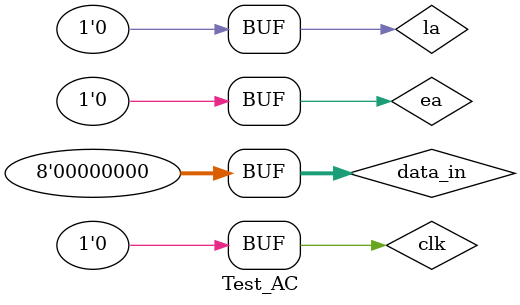
<source format=v>
`timescale 1ns / 1ps


module Test_AC;

	// Inputs
	reg [7:0] data_in;
	reg la;
	reg clk;
	reg ea;

	// Outputs
	wire [7:0] toadder;
	wire [7:0] todataout;

	// Instantiate the Unit Under Test (UUT)
	accumulator uut (
		.data_in(data_in), 
		.la(la), 
		.clk(clk), 
		.ea(ea), 
		.toadder(toadder), 
		.todataout(todataout)
	);

	initial begin
		// Initialize Inputs
		data_in = 0;
		la = 0;
		clk = 0;
		ea = 0;

		// Wait 100 ns for global reset to finish
		#100;
        
		// Add stimulus here

	end
      
endmodule


</source>
